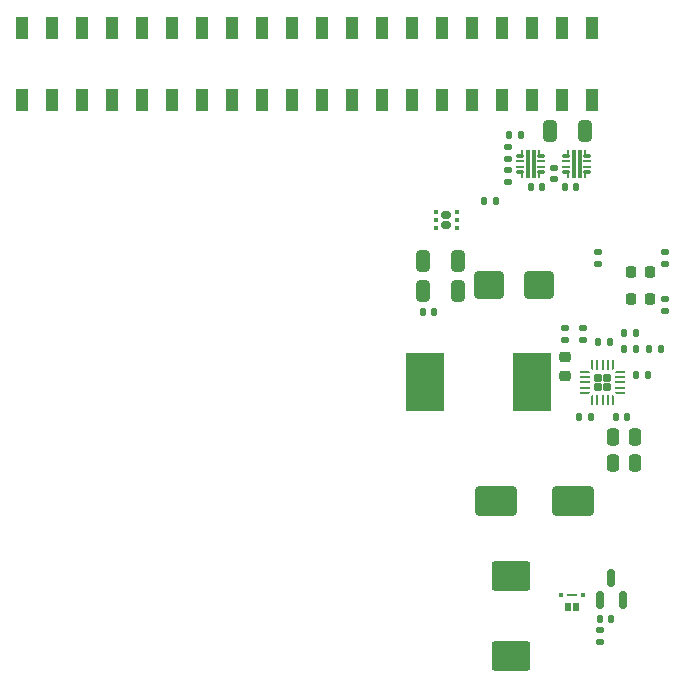
<source format=gbr>
%TF.GenerationSoftware,KiCad,Pcbnew,8.0.6*%
%TF.CreationDate,2025-02-05T09:35:26+00:00*%
%TF.ProjectId,ElectriPi,456c6563-7472-4695-9069-2e6b69636164,rev?*%
%TF.SameCoordinates,PX514cfd0PY31d4590*%
%TF.FileFunction,Paste,Top*%
%TF.FilePolarity,Positive*%
%FSLAX46Y46*%
G04 Gerber Fmt 4.6, Leading zero omitted, Abs format (unit mm)*
G04 Created by KiCad (PCBNEW 8.0.6) date 2025-02-05 09:35:26*
%MOMM*%
%LPD*%
G01*
G04 APERTURE LIST*
G04 Aperture macros list*
%AMRoundRect*
0 Rectangle with rounded corners*
0 $1 Rounding radius*
0 $2 $3 $4 $5 $6 $7 $8 $9 X,Y pos of 4 corners*
0 Add a 4 corners polygon primitive as box body*
4,1,4,$2,$3,$4,$5,$6,$7,$8,$9,$2,$3,0*
0 Add four circle primitives for the rounded corners*
1,1,$1+$1,$2,$3*
1,1,$1+$1,$4,$5*
1,1,$1+$1,$6,$7*
1,1,$1+$1,$8,$9*
0 Add four rect primitives between the rounded corners*
20,1,$1+$1,$2,$3,$4,$5,0*
20,1,$1+$1,$4,$5,$6,$7,0*
20,1,$1+$1,$6,$7,$8,$9,0*
20,1,$1+$1,$8,$9,$2,$3,0*%
%AMFreePoly0*
4,1,14,0.289644,0.110355,0.410355,-0.010356,0.425000,-0.045711,0.425000,-0.075000,0.410355,-0.110355,0.375000,-0.125000,-0.375000,-0.125000,-0.410355,-0.110355,-0.425000,-0.075000,-0.425000,0.075000,-0.410355,0.110355,-0.375000,0.125000,0.254289,0.125000,0.289644,0.110355,0.289644,0.110355,$1*%
%AMFreePoly1*
4,1,14,0.410355,0.110355,0.425000,0.075000,0.425000,0.045711,0.410355,0.010356,0.289644,-0.110355,0.254289,-0.125000,-0.375000,-0.125000,-0.410355,-0.110355,-0.425000,-0.075000,-0.425000,0.075000,-0.410355,0.110355,-0.375000,0.125000,0.375000,0.125000,0.410355,0.110355,0.410355,0.110355,$1*%
%AMFreePoly2*
4,1,14,0.110355,0.410355,0.125000,0.375000,0.125000,-0.375000,0.110355,-0.410355,0.075000,-0.425000,-0.075000,-0.425000,-0.110355,-0.410355,-0.125000,-0.375000,-0.125000,0.254289,-0.110355,0.289644,0.010356,0.410355,0.045711,0.425000,0.075000,0.425000,0.110355,0.410355,0.110355,0.410355,$1*%
%AMFreePoly3*
4,1,14,-0.010356,0.410355,0.110355,0.289644,0.125000,0.254289,0.125000,-0.375000,0.110355,-0.410355,0.075000,-0.425000,-0.075000,-0.425000,-0.110355,-0.410355,-0.125000,-0.375000,-0.125000,0.375000,-0.110355,0.410355,-0.075000,0.425000,-0.045711,0.425000,-0.010356,0.410355,-0.010356,0.410355,$1*%
%AMFreePoly4*
4,1,14,0.410355,0.110355,0.425000,0.075000,0.425000,-0.075000,0.410355,-0.110355,0.375000,-0.125000,-0.254289,-0.125000,-0.289644,-0.110355,-0.410355,0.010356,-0.425000,0.045711,-0.425000,0.075000,-0.410355,0.110355,-0.375000,0.125000,0.375000,0.125000,0.410355,0.110355,0.410355,0.110355,$1*%
%AMFreePoly5*
4,1,14,0.410355,0.110355,0.425000,0.075000,0.425000,-0.075000,0.410355,-0.110355,0.375000,-0.125000,-0.375000,-0.125000,-0.410355,-0.110355,-0.425000,-0.075000,-0.425000,-0.045711,-0.410355,-0.010356,-0.289644,0.110355,-0.254289,0.125000,0.375000,0.125000,0.410355,0.110355,0.410355,0.110355,$1*%
%AMFreePoly6*
4,1,14,0.110355,0.410355,0.125000,0.375000,0.125000,-0.254289,0.110355,-0.289644,-0.010356,-0.410355,-0.045711,-0.425000,-0.075000,-0.425000,-0.110355,-0.410355,-0.125000,-0.375000,-0.125000,0.375000,-0.110355,0.410355,-0.075000,0.425000,0.075000,0.425000,0.110355,0.410355,0.110355,0.410355,$1*%
%AMFreePoly7*
4,1,14,0.110355,0.410355,0.125000,0.375000,0.125000,-0.375000,0.110355,-0.410355,0.075000,-0.425000,0.045711,-0.425000,0.010356,-0.410355,-0.110355,-0.289644,-0.125000,-0.254289,-0.125000,0.375000,-0.110355,0.410355,-0.075000,0.425000,0.075000,0.425000,0.110355,0.410355,0.110355,0.410355,$1*%
G04 Aperture macros list end*
%ADD10RoundRect,0.135000X-0.135000X-0.185000X0.135000X-0.185000X0.135000X0.185000X-0.135000X0.185000X0*%
%ADD11RoundRect,0.150000X0.150000X-0.587500X0.150000X0.587500X-0.150000X0.587500X-0.150000X-0.587500X0*%
%ADD12RoundRect,0.140000X0.170000X-0.140000X0.170000X0.140000X-0.170000X0.140000X-0.170000X-0.140000X0*%
%ADD13RoundRect,0.140000X0.140000X0.170000X-0.140000X0.170000X-0.140000X-0.170000X0.140000X-0.170000X0*%
%ADD14RoundRect,0.050000X0.250000X-0.100000X0.250000X0.100000X-0.250000X0.100000X-0.250000X-0.100000X0*%
%ADD15RoundRect,0.050000X0.075000X0.275000X-0.075000X0.275000X-0.075000X-0.275000X0.075000X-0.275000X0*%
%ADD16RoundRect,0.050000X0.250000X-0.075000X0.250000X0.075000X-0.250000X0.075000X-0.250000X-0.075000X0*%
%ADD17RoundRect,0.050000X0.100000X-1.150000X0.100000X1.150000X-0.100000X1.150000X-0.100000X-1.150000X0*%
%ADD18RoundRect,0.135000X-0.185000X0.135000X-0.185000X-0.135000X0.185000X-0.135000X0.185000X0.135000X0*%
%ADD19RoundRect,0.160000X-0.245000X-0.160000X0.245000X-0.160000X0.245000X0.160000X-0.245000X0.160000X0*%
%ADD20RoundRect,0.093750X-0.093750X-0.106250X0.093750X-0.106250X0.093750X0.106250X-0.093750X0.106250X0*%
%ADD21RoundRect,0.135000X0.135000X0.185000X-0.135000X0.185000X-0.135000X-0.185000X0.135000X-0.185000X0*%
%ADD22RoundRect,0.050000X-0.250000X0.100000X-0.250000X-0.100000X0.250000X-0.100000X0.250000X0.100000X0*%
%ADD23RoundRect,0.050000X-0.075000X-0.275000X0.075000X-0.275000X0.075000X0.275000X-0.075000X0.275000X0*%
%ADD24RoundRect,0.050000X-0.250000X0.075000X-0.250000X-0.075000X0.250000X-0.075000X0.250000X0.075000X0*%
%ADD25RoundRect,0.050000X-0.100000X1.150000X-0.100000X-1.150000X0.100000X-1.150000X0.100000X1.150000X0*%
%ADD26RoundRect,0.225000X0.250000X-0.225000X0.250000X0.225000X-0.250000X0.225000X-0.250000X-0.225000X0*%
%ADD27RoundRect,0.250000X0.325000X0.650000X-0.325000X0.650000X-0.325000X-0.650000X0.325000X-0.650000X0*%
%ADD28R,0.600000X0.800000*%
%ADD29R,0.350000X0.300000*%
%ADD30R,0.870000X0.235000*%
%ADD31RoundRect,0.135000X0.185000X-0.135000X0.185000X0.135000X-0.185000X0.135000X-0.185000X-0.135000X0*%
%ADD32RoundRect,0.250000X-1.400000X-1.000000X1.400000X-1.000000X1.400000X1.000000X-1.400000X1.000000X0*%
%ADD33RoundRect,0.140000X-0.140000X-0.170000X0.140000X-0.170000X0.140000X0.170000X-0.140000X0.170000X0*%
%ADD34RoundRect,0.250000X-0.325000X-0.650000X0.325000X-0.650000X0.325000X0.650000X-0.325000X0.650000X0*%
%ADD35RoundRect,0.172500X0.172500X-0.172500X0.172500X0.172500X-0.172500X0.172500X-0.172500X-0.172500X0*%
%ADD36FreePoly0,90.000000*%
%ADD37RoundRect,0.062500X0.062500X-0.362500X0.062500X0.362500X-0.062500X0.362500X-0.062500X-0.362500X0*%
%ADD38FreePoly1,90.000000*%
%ADD39FreePoly2,90.000000*%
%ADD40RoundRect,0.062500X0.362500X-0.062500X0.362500X0.062500X-0.362500X0.062500X-0.362500X-0.062500X0*%
%ADD41FreePoly3,90.000000*%
%ADD42FreePoly4,90.000000*%
%ADD43FreePoly5,90.000000*%
%ADD44FreePoly6,90.000000*%
%ADD45FreePoly7,90.000000*%
%ADD46R,1.020000X1.905000*%
%ADD47RoundRect,0.250000X1.500000X1.000000X-1.500000X1.000000X-1.500000X-1.000000X1.500000X-1.000000X0*%
%ADD48RoundRect,0.250000X-0.250000X-0.475000X0.250000X-0.475000X0.250000X0.475000X-0.250000X0.475000X0*%
%ADD49RoundRect,0.218750X-0.218750X-0.256250X0.218750X-0.256250X0.218750X0.256250X-0.218750X0.256250X0*%
%ADD50R,3.175000X4.950000*%
%ADD51RoundRect,0.250000X1.000000X0.900000X-1.000000X0.900000X-1.000000X-0.900000X1.000000X-0.900000X0*%
G04 APERTURE END LIST*
D10*
%TO.C,R11*%
X59340000Y-27350000D03*
X60360000Y-27350000D03*
%TD*%
D11*
%TO.C,D4*%
X57300000Y-49937500D03*
X59200000Y-49937500D03*
X58250000Y-48062500D03*
%TD*%
D12*
%TO.C,C9*%
X53350000Y-14310000D03*
X53350000Y-13350000D03*
%TD*%
D13*
%TO.C,C8*%
X56480000Y-34400000D03*
X55520000Y-34400000D03*
%TD*%
D14*
%TO.C,U4*%
X56200000Y-13700000D03*
D15*
X56025000Y-13875000D03*
D16*
X56200000Y-13225000D03*
X56200000Y-12775000D03*
D14*
X56200000Y-12300000D03*
D15*
X56025000Y-12125000D03*
D17*
X55550000Y-13000000D03*
X55050000Y-13000000D03*
D15*
X54575000Y-12125000D03*
D14*
X54400000Y-12300000D03*
D16*
X54400000Y-12775000D03*
X54400000Y-13225000D03*
D15*
X54575000Y-13875000D03*
D14*
X54400000Y-13700000D03*
%TD*%
D18*
%TO.C,R13*%
X57100000Y-20490000D03*
X57100000Y-21510000D03*
%TD*%
D19*
%TO.C,U3*%
X44250000Y-17350000D03*
X44250000Y-18150000D03*
D20*
X43362500Y-17100000D03*
X43362500Y-17750000D03*
X43362500Y-18400000D03*
X45137500Y-18400000D03*
X45137500Y-17750000D03*
X45137500Y-17100000D03*
%TD*%
D21*
%TO.C,R10*%
X48510000Y-16100000D03*
X47490000Y-16100000D03*
%TD*%
D22*
%TO.C,U1*%
X50500000Y-12300000D03*
D23*
X50675000Y-12125000D03*
D24*
X50500000Y-12775000D03*
X50500000Y-13225000D03*
D22*
X50500000Y-13700000D03*
D23*
X50675000Y-13875000D03*
D25*
X51150000Y-13000000D03*
X51650000Y-13000000D03*
D23*
X52125000Y-13875000D03*
D22*
X52300000Y-13700000D03*
D24*
X52300000Y-13225000D03*
X52300000Y-12775000D03*
D23*
X52125000Y-12125000D03*
D22*
X52300000Y-12300000D03*
%TD*%
D26*
%TO.C,C3*%
X54350000Y-30925000D03*
X54350000Y-29375000D03*
%TD*%
D10*
%TO.C,R14*%
X57090000Y-28100000D03*
X58110000Y-28100000D03*
%TD*%
D27*
%TO.C,C5*%
X45225000Y-21250000D03*
X42275000Y-21250000D03*
%TD*%
D28*
%TO.C,Q1*%
X55275000Y-50475000D03*
X54575000Y-50475000D03*
D29*
X55850000Y-49500000D03*
D30*
X54885000Y-49500000D03*
D29*
X54000000Y-49500000D03*
%TD*%
D31*
%TO.C,R3*%
X57250000Y-53510000D03*
X57250000Y-52490000D03*
%TD*%
D32*
%TO.C,D1*%
X49750000Y-47850000D03*
X49750000Y-54650000D03*
%TD*%
D10*
%TO.C,R1*%
X61390000Y-28650000D03*
X62410000Y-28650000D03*
%TD*%
D33*
%TO.C,C6*%
X58600000Y-34400000D03*
X59560000Y-34400000D03*
%TD*%
D34*
%TO.C,C12*%
X53025000Y-10250000D03*
X55975000Y-10250000D03*
%TD*%
D31*
%TO.C,R5*%
X55850000Y-27910000D03*
X55850000Y-26890000D03*
%TD*%
D35*
%TO.C,IC2*%
X57100000Y-31900000D03*
X57900000Y-31900000D03*
X57100000Y-31100000D03*
X57900000Y-31100000D03*
D36*
X56600000Y-32950000D03*
D37*
X57050000Y-32950000D03*
X57500000Y-32950000D03*
X57950000Y-32950000D03*
D38*
X58400000Y-32950000D03*
D39*
X58950000Y-32400000D03*
D40*
X58950000Y-31950000D03*
X58950000Y-31500000D03*
X58950000Y-31050000D03*
D41*
X58950000Y-30600000D03*
D42*
X58400000Y-30050000D03*
D37*
X57950000Y-30050000D03*
X57500000Y-30050000D03*
X57050000Y-30050000D03*
D43*
X56600000Y-30050000D03*
D44*
X56050000Y-30600000D03*
D40*
X56050000Y-31050000D03*
X56050000Y-31500000D03*
X56050000Y-31950000D03*
D45*
X56050000Y-32400000D03*
%TD*%
D21*
%TO.C,R12*%
X61360000Y-30900000D03*
X60340000Y-30900000D03*
%TD*%
D46*
%TO.C,J6*%
X8370000Y-7548000D03*
X8370000Y-1452000D03*
X10910000Y-7548000D03*
X10910000Y-1452000D03*
X13450000Y-7548000D03*
X13450000Y-1452000D03*
X15990000Y-7548000D03*
X15990000Y-1452000D03*
X18530000Y-7548000D03*
X18530000Y-1452000D03*
X21070000Y-7548000D03*
X21070000Y-1452000D03*
X23610000Y-7548000D03*
X23610000Y-1452000D03*
X26150000Y-7548000D03*
X26150000Y-1452000D03*
X28690000Y-7548000D03*
X28690000Y-1452000D03*
X31230000Y-7548000D03*
X31230000Y-1452000D03*
X33770000Y-7548000D03*
X33770000Y-1452000D03*
X36310000Y-7548000D03*
X36310000Y-1452000D03*
X38850000Y-7548000D03*
X38850000Y-1452000D03*
X41390000Y-7548000D03*
X41390000Y-1452000D03*
X43930000Y-7548000D03*
X43930000Y-1452000D03*
X46470000Y-7548000D03*
X46470000Y-1452000D03*
X49010000Y-7548000D03*
X49010000Y-1452000D03*
X51550000Y-7548000D03*
X51550000Y-1452000D03*
X54090000Y-7548000D03*
X54090000Y-1452000D03*
X56630000Y-7548000D03*
X56630000Y-1452000D03*
%TD*%
D27*
%TO.C,C4*%
X45225000Y-23750000D03*
X42275000Y-23750000D03*
%TD*%
D13*
%TO.C,C11*%
X55280000Y-14950000D03*
X54320000Y-14950000D03*
%TD*%
D31*
%TO.C,R6*%
X62800000Y-21509996D03*
X62800000Y-20489996D03*
%TD*%
D47*
%TO.C,C18*%
X54950000Y-41500000D03*
X48450000Y-41500000D03*
%TD*%
D18*
%TO.C,R9*%
X49450000Y-13540000D03*
X49450000Y-14560000D03*
%TD*%
D48*
%TO.C,C1*%
X58350000Y-36100000D03*
X60250000Y-36100000D03*
%TD*%
D18*
%TO.C,R2*%
X49450000Y-11590000D03*
X49450000Y-12610000D03*
%TD*%
D13*
%TO.C,C7*%
X43230000Y-25500000D03*
X42270000Y-25500000D03*
%TD*%
D18*
%TO.C,R4*%
X54350000Y-26890000D03*
X54350000Y-27910000D03*
%TD*%
D48*
%TO.C,C2*%
X58350000Y-38350000D03*
X60250000Y-38350000D03*
%TD*%
D49*
%TO.C,D5*%
X59912500Y-24399996D03*
X61487500Y-24399996D03*
%TD*%
D33*
%TO.C,C10*%
X51420000Y-14950000D03*
X52380000Y-14950000D03*
%TD*%
D49*
%TO.C,D3*%
X59900000Y-22149996D03*
X61475000Y-22149996D03*
%TD*%
D50*
%TO.C,L1*%
X51507500Y-31500000D03*
X42492500Y-31500000D03*
%TD*%
D18*
%TO.C,R8*%
X62800000Y-24399996D03*
X62800000Y-25419996D03*
%TD*%
D51*
%TO.C,D2*%
X52150000Y-23250000D03*
X47850000Y-23250000D03*
%TD*%
D21*
%TO.C,R15*%
X50610000Y-10550000D03*
X49590000Y-10550000D03*
%TD*%
D33*
%TO.C,C17*%
X57270000Y-51500000D03*
X58230000Y-51500000D03*
%TD*%
D21*
%TO.C,R7*%
X60360000Y-28650000D03*
X59340000Y-28650000D03*
%TD*%
M02*

</source>
